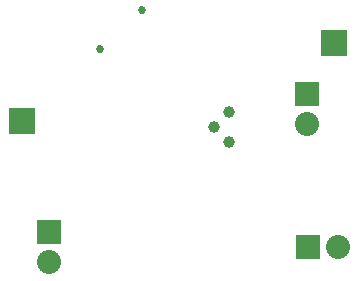
<source format=gbs>
G04 #@! TF.FileFunction,Soldermask,Bot*
%FSLAX46Y46*%
G04 Gerber Fmt 4.6, Leading zero omitted, Abs format (unit mm)*
G04 Created by KiCad (PCBNEW 0.201508140901+6091~28~ubuntu14.04.1-product) date Fri 18 Sep 2015 07:53:11 PM CEST*
%MOMM*%
G01*
G04 APERTURE LIST*
%ADD10C,0.076200*%
%ADD11R,2.032000X2.032000*%
%ADD12O,2.032000X2.032000*%
%ADD13C,1.000760*%
%ADD14R,2.235200X2.235200*%
%ADD15C,0.685800*%
G04 APERTURE END LIST*
D10*
D11*
X150114000Y-116078000D03*
D12*
X150114000Y-118618000D03*
D11*
X172085000Y-117348000D03*
D12*
X174625000Y-117348000D03*
D11*
X171958000Y-104394000D03*
D12*
X171958000Y-106934000D03*
D13*
X164084000Y-107188000D03*
X165354000Y-105918000D03*
X165354000Y-108458000D03*
D14*
X147828000Y-106680000D03*
X174244000Y-100076000D03*
D15*
X154432000Y-100584000D03*
X157988000Y-97282000D03*
M02*

</source>
